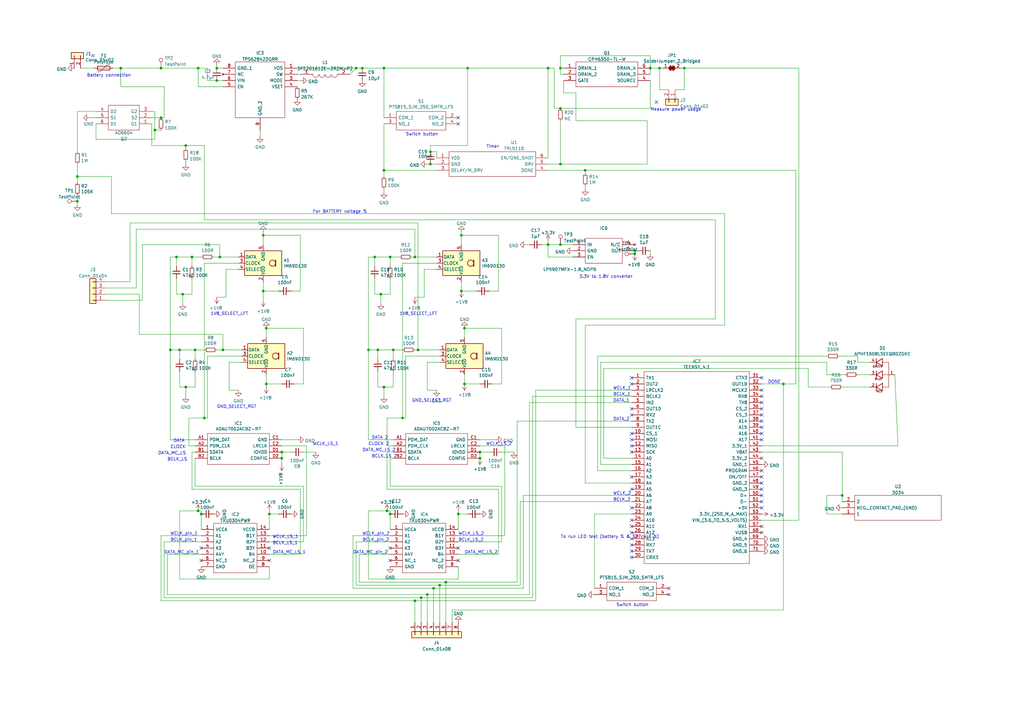
<source format=kicad_sch>
(kicad_sch (version 20211123) (generator eeschema)
  (paper "A3")
  (title_block (title "SongBeam 3.1") (date "2022-11-07") (company "Royal Holloway University of London") (comment 1 " Creative Commons Attribution 4.0 International License"))
  (junction (at 270.51 27.94))
  (junction (at 109.22 134.62))
  (junction (at 83.82 171.45))
  (junction (at 224.79 27.94))
  (junction (at 156.21 120.65))
  (junction (at 160.02 210.82))
  (junction (at 157.48 27.94))
  (junction (at 153.67 105.41))
  (junction (at 171.45 143.51))
  (junction (at 154.94 143.51))
  (junction (at 66.04 27.94))
  (junction (at 110.49 210.82))
  (junction (at 177.8 241.3))
  (junction (at 224.79 100.33))
  (junction (at 158.75 209.55))
  (junction (at 260.35 104.14))
  (junction (at 189.23 96.52))
  (junction (at 115.57 185.42))
  (junction (at 81.28 27.94))
  (junction (at 321.31 157.48))
  (junction (at 107.95 119.38))
  (junction (at 161.29 143.51))
  (junction (at 81.28 209.55))
  (junction (at 90.17 105.41))
  (junction (at 151.13 143.51))
  (junction (at 49.53 27.94))
  (junction (at 109.22 157.48))
  (junction (at 229.87 100.33))
  (junction (at 160.02 105.41))
  (junction (at 170.18 246.38))
  (junction (at 345.44 203.2))
  (junction (at 107.95 96.52))
  (junction (at 76.2 59.69))
  (junction (at 189.23 119.38))
  (junction (at 229.87 67.31))
  (junction (at 196.85 187.96))
  (junction (at 157.48 158.75))
  (junction (at 182.88 238.76))
  (junction (at 31.75 72.39))
  (junction (at 76.2 158.75))
  (junction (at 190.5 157.48))
  (junction (at 88.9 27.94))
  (junction (at 74.93 120.65))
  (junction (at 229.87 44.45))
  (junction (at 175.26 243.84))
  (junction (at 69.85 143.51))
  (junction (at 190.5 134.62))
  (junction (at 73.66 143.51))
  (junction (at 176.53 62.23))
  (junction (at 229.87 27.94))
  (junction (at 157.48 69.85))
  (junction (at 115.57 187.96))
  (junction (at 240.03 69.85))
  (junction (at 63.5 53.34))
  (junction (at 191.77 27.94))
  (junction (at 82.55 210.82))
  (junction (at 148.59 27.94))
  (junction (at 187.96 210.82))
  (junction (at 88.9 33.02))
  (junction (at 165.1 171.45))
  (junction (at 146.05 27.94))
  (junction (at 172.72 245.11))
  (junction (at 72.39 105.41))
  (junction (at 266.7 27.94))
  (junction (at 66.04 48.26))
  (junction (at 78.74 105.41))
  (junction (at 180.34 240.03))
  (junction (at 260.35 102.87))
  (junction (at 31.75 82.55))
  (junction (at 91.44 143.51))
  (junction (at 80.01 143.51))
  (junction (at 196.85 185.42))
  (junction (at 176.53 67.31))
  (junction (at 280.67 27.94))
  (junction (at 170.18 105.41))
  (no_connect (at 312.42 208.28))
  (no_connect (at 259.08 200.66))
  (no_connect (at 259.08 157.48))
  (no_connect (at 259.08 223.52))
  (no_connect (at 312.42 177.8))
  (no_connect (at 259.08 185.42))
  (no_connect (at 259.08 180.34))
  (no_connect (at 312.42 215.9))
  (no_connect (at 312.42 172.72))
  (no_connect (at 312.42 218.44))
  (no_connect (at 187.96 224.79))
  (no_connect (at 274.32 241.3))
  (no_connect (at 259.08 228.6))
  (no_connect (at 259.08 220.98))
  (no_connect (at 259.08 215.9))
  (no_connect (at 259.08 177.8))
  (no_connect (at 187.96 48.26))
  (no_connect (at 312.42 154.94))
  (no_connect (at 312.42 175.26))
  (no_connect (at 259.08 170.18))
  (no_connect (at 160.02 229.87))
  (no_connect (at 160.02 224.79))
  (no_connect (at 187.96 229.87))
  (no_connect (at 82.55 229.87))
  (no_connect (at 110.49 229.87))
  (no_connect (at 312.42 195.58))
  (no_connect (at 110.49 224.79))
  (no_connect (at 82.55 224.79))
  (no_connect (at 312.42 200.66))
  (no_connect (at 312.42 198.12))
  (no_connect (at 312.42 160.02))
  (no_connect (at 259.08 208.28))
  (no_connect (at 312.42 165.1))
  (no_connect (at 187.96 50.8))
  (no_connect (at 269.24 41.91))
  (no_connect (at 312.42 170.18))
  (no_connect (at 259.08 213.36))
  (no_connect (at 259.08 167.64))
  (no_connect (at 259.08 154.94))
  (no_connect (at 259.08 218.44))
  (no_connect (at 312.42 193.04))
  (no_connect (at 274.32 243.84))
  (no_connect (at 259.08 226.06))
  (no_connect (at 259.08 195.58))
  (no_connect (at 312.42 205.74))
  (no_connect (at 312.42 180.34))
  (no_connect (at 38.1 22.86))
  (no_connect (at 312.42 203.2))
  (no_connect (at 312.42 162.56))
  (no_connect (at 312.42 167.64))
  (no_connect (at 259.08 182.88))
  (no_connect (at 312.42 187.96))
  (wire (pts (xy 205.74 185.42) (xy 210.82 185.42)))
  (wire (pts (xy 45.72 72.39) (xy 45.72 87.63)))
  (wire (pts (xy 78.74 185.42) (xy 80.01 185.42)))
  (wire (pts (xy 99.06 146.05) (xy 85.09 146.05)))
  (wire (pts (xy 76.2 158.75) (xy 73.66 158.75)))
  (wire (pts (xy 97.79 105.41) (xy 90.17 105.41)))
  (wire (pts (xy 73.66 209.55) (xy 81.28 209.55)))
  (wire (pts (xy 187.96 237.49) (xy 187.96 232.41)))
  (wire (pts (xy 205.74 157.48) (xy 201.93 157.48)))
  (wire (pts (xy 224.79 27.94) (xy 224.79 64.77)))
  (wire (pts (xy 144.78 241.3) (xy 177.8 241.3)))
  (wire (pts (xy 66.04 27.94) (xy 81.28 27.94)))
  (wire (pts (xy 78.74 200.66) (xy 78.74 185.42)))
  (wire (pts (xy 62.23 50.8) (xy 62.23 59.69)))
  (wire (pts (xy 88.9 33.02) (xy 91.44 33.02)))
  (wire (pts (xy 69.85 105.41) (xy 72.39 105.41)))
  (wire (pts (xy 46.355 27.94) (xy 49.53 27.94)))
  (wire (pts (xy 49.53 27.94) (xy 66.04 27.94)))
  (wire (pts (xy 236.22 130.81) (xy 236.22 175.26)))
  (wire (pts (xy 92.71 110.49) (xy 92.71 121.92)))
  (wire (pts (xy 72.39 120.65) (xy 72.39 114.3)))
  (wire (pts (xy 214.63 203.2) (xy 259.08 203.2)))
  (wire (pts (xy 161.29 187.96) (xy 160.02 187.96)))
  (wire (pts (xy 72.39 105.41) (xy 78.74 105.41)))
  (wire (pts (xy 109.22 134.62) (xy 109.22 138.43)))
  (wire (pts (xy 36.83 48.26) (xy 39.37 48.26)))
  (wire (pts (xy 224.79 99.06) (xy 224.79 100.33)))
  (wire (pts (xy 187.96 209.55) (xy 187.96 210.82)))
  (wire (pts (xy 236.22 49.53) (xy 236.22 38.1)))
  (wire (pts (xy 157.48 69.85) (xy 157.48 72.39)))
  (wire (pts (xy 124.46 199.39) (xy 80.01 199.39)))
  (wire (pts (xy 191.77 27.94) (xy 224.79 27.94)))
  (wire (pts (xy 259.08 198.12) (xy 240.03 198.12)))
  (wire (pts (xy 85.09 33.02) (xy 88.9 33.02)))
  (wire (pts (xy 63.5 57.15) (xy 39.37 57.15)))
  (wire (pts (xy 224.79 27.94) (xy 227.33 27.94)))
  (wire (pts (xy 90.17 105.41) (xy 87.63 105.41)))
  (wire (pts (xy 170.18 246.38) (xy 170.18 255.27)))
  (wire (pts (xy 43.18 115.57) (xy 53.34 115.57)))
  (wire (pts (xy 270.51 27.94) (xy 270.51 36.83)))
  (wire (pts (xy 326.39 69.85) (xy 326.39 157.48)))
  (wire (pts (xy 191.77 59.69) (xy 191.77 27.94)))
  (wire (pts (xy 219.71 160.02) (xy 219.71 246.38)))
  (wire (pts (xy 165.1 171.45) (xy 158.75 171.45)))
  (wire (pts (xy 182.88 238.76) (xy 182.88 255.27)))
  (wire (pts (xy 157.48 27.94) (xy 191.77 27.94)))
  (wire (pts (xy 81.28 27.94) (xy 85.09 27.94)))
  (wire (pts (xy 124.46 185.42) (xy 129.54 185.42)))
  (wire (pts (xy 247.65 187.96) (xy 259.08 187.96)))
  (wire (pts (xy 93.98 148.59) (xy 93.98 160.02)))
  (wire (pts (xy 327.66 27.94) (xy 327.66 213.36)))
  (wire (pts (xy 121.92 27.94) (xy 146.05 27.94)))
  (wire (pts (xy 74.93 120.65) (xy 74.93 124.46)))
  (wire (pts (xy 205.74 134.62) (xy 205.74 157.48)))
  (wire (pts (xy 182.88 238.76) (xy 212.09 238.76)))
  (wire (pts (xy 67.31 245.11) (xy 172.72 245.11)))
  (wire (pts (xy 345.44 203.2) (xy 345.44 205.74)))
  (wire (pts (xy 187.96 210.82) (xy 187.96 217.17)))
  (wire (pts (xy 187.96 222.25) (xy 205.74 222.25)))
  (wire (pts (xy 99.06 148.59) (xy 93.98 148.59)))
  (wire (pts (xy 246.38 190.5) (xy 259.08 190.5)))
  (wire (pts (xy 227.33 44.45) (xy 229.87 44.45)))
  (wire (pts (xy 124.46 134.62) (xy 124.46 157.48)))
  (wire (pts (xy 62.23 59.69) (xy 76.2 59.69)))
  (wire (pts (xy 156.21 120.65) (xy 156.21 124.46)))
  (wire (pts (xy 110.49 237.49) (xy 110.49 232.41)))
  (wire (pts (xy 151.13 180.34) (xy 161.29 180.34)))
  (wire (pts (xy 153.67 109.22) (xy 153.67 105.41)))
  (wire (pts (xy 73.66 158.75) (xy 73.66 152.4)))
  (wire (pts (xy 265.43 49.53) (xy 265.43 67.31)))
  (wire (pts (xy 83.82 107.95) (xy 83.82 171.45)))
  (wire (pts (xy 31.75 45.72) (xy 39.37 45.72)))
  (wire (pts (xy 69.85 105.41) (xy 69.85 143.51)))
  (wire (pts (xy 345.44 158.75) (xy 356.87 158.75)))
  (wire (pts (xy 171.45 143.51) (xy 170.18 143.51)))
  (wire (pts (xy 224.79 67.31) (xy 229.87 67.31)))
  (wire (pts (xy 53.34 91.44) (xy 53.34 115.57)))
  (wire (pts (xy 58.42 123.19) (xy 43.18 123.19)))
  (wire (pts (xy 125.73 219.71) (xy 125.73 182.88)))
  (wire (pts (xy 160.02 217.17) (xy 160.02 210.82)))
  (wire (pts (xy 85.09 146.05) (xy 85.09 171.45)))
  (wire (pts (xy 157.48 158.75) (xy 157.48 162.56)))
  (wire (pts (xy 217.17 165.1) (xy 259.08 165.1)))
  (wire (pts (xy 91.44 137.16) (xy 57.15 137.16)))
  (wire (pts (xy 82.55 105.41) (xy 78.74 105.41)))
  (wire (pts (xy 231.14 38.1) (xy 231.14 33.02)))
  (wire (pts (xy 88.9 26.67) (xy 88.9 27.94)))
  (wire (pts (xy 218.44 162.56) (xy 218.44 245.11)))
  (wire (pts (xy 339.09 210.82) (xy 339.09 203.2)))
  (wire (pts (xy 176.53 59.69) (xy 176.53 62.23)))
  (wire (pts (xy 63.5 53.34) (xy 66.04 53.34)))
  (wire (pts (xy 229.87 49.53) (xy 229.87 67.31)))
  (wire (pts (xy 66.04 48.26) (xy 62.23 48.26)))
  (wire (pts (xy 69.85 143.51) (xy 69.85 180.34)))
  (wire (pts (xy 115.57 185.42) (xy 115.57 187.96)))
  (wire (pts (xy 331.47 158.75) (xy 340.36 158.75)))
  (wire (pts (xy 266.7 27.94) (xy 270.51 27.94)))
  (wire (pts (xy 175.26 148.59) (xy 175.26 160.02)))
  (wire (pts (xy 293.37 90.17) (xy 293.37 130.81)))
  (wire (pts (xy 107.95 95.25) (xy 107.95 96.52)))
  (wire (pts (xy 229.87 67.31) (xy 265.43 67.31)))
  (wire (pts (xy 160.02 210.82) (xy 160.02 209.55)))
  (wire (pts (xy 240.03 76.2) (xy 240.03 77.47)))
  (wire (pts (xy 124.46 157.48) (xy 120.65 157.48)))
  (wire (pts (xy 189.23 96.52) (xy 189.23 100.33)))
  (wire (pts (xy 69.85 180.34) (xy 80.01 180.34)))
  (wire (pts (xy 176.53 67.31) (xy 179.07 67.31)))
  (wire (pts (xy 246.38 148.59) (xy 339.09 148.59)))
  (wire (pts (xy 62.23 45.72) (xy 63.5 45.72)))
  (wire (pts (xy 190.5 134.62) (xy 205.74 134.62)))
  (wire (pts (xy 76.2 59.69) (xy 76.2 60.96)))
  (wire (pts (xy 260.35 102.87) (xy 261.62 102.87)))
  (wire (pts (xy 339.09 148.59) (xy 339.09 153.67)))
  (wire (pts (xy 107.95 96.52) (xy 107.95 100.33)))
  (wire (pts (xy 49.53 27.94) (xy 49.53 35.56)))
  (wire (pts (xy 91.44 35.56) (xy 81.28 35.56)))
  (wire (pts (xy 107.95 96.52) (xy 123.19 96.52)))
  (wire (pts (xy 157.48 158.75) (xy 154.94 158.75)))
  (wire (pts (xy 218.44 162.56) (xy 259.08 162.56)))
  (wire (pts (xy 240.03 133.35) (xy 297.18 133.35)))
  (wire (pts (xy 187.96 227.33) (xy 204.47 227.33)))
  (wire (pts (xy 83.82 59.69) (xy 83.82 90.17)))
  (wire (pts (xy 160.02 219.71) (xy 144.78 219.71)))
  (wire (pts (xy 245.11 146.05) (xy 245.11 193.04)))
  (wire (pts (xy 151.13 143.51) (xy 154.94 143.51)))
  (wire (pts (xy 172.72 245.11) (xy 218.44 245.11)))
  (wire (pts (xy 229.87 100.33) (xy 234.95 100.33)))
  (wire (pts (xy 321.31 250.19) (xy 185.42 250.19)))
  (wire (pts (xy 151.13 105.41) (xy 153.67 105.41)))
  (wire (pts (xy 110.49 227.33) (xy 123.19 227.33)))
  (wire (pts (xy 179.07 105.41) (xy 170.18 105.41)))
  (wire (pts (xy 187.96 210.82) (xy 191.77 210.82)))
  (wire (pts (xy 243.84 210.82) (xy 243.84 241.3)))
  (wire (pts (xy 339.09 153.67) (xy 346.71 153.67)))
  (wire (pts (xy 170.18 93.98) (xy 55.88 93.98)))
  (wire (pts (xy 82.55 227.33) (xy 68.58 227.33)))
  (wire (pts (xy 345.44 185.42) (xy 345.44 203.2)))
  (wire (pts (xy 229.87 44.45) (xy 266.7 44.45)))
  (wire (pts (xy 368.3 182.88) (xy 367.03 153.67)))
  (wire (pts (xy 240.03 133.35) (xy 240.03 198.12)))
  (wire (pts (xy 204.47 200.66) (xy 204.47 227.33)))
  (wire (pts (xy 279.4 27.94) (xy 280.67 27.94)))
  (wire (pts (xy 115.57 157.48) (xy 109.22 157.48)))
  (wire (pts (xy 240.03 69.85) (xy 224.79 69.85)))
  (wire (pts (xy 90.17 100.33) (xy 58.42 100.33)))
  (wire (pts (xy 76.2 59.69) (xy 83.82 59.69)))
  (wire (pts (xy 196.85 185.42) (xy 196.85 187.96)))
  (wire (pts (xy 55.88 93.98) (xy 55.88 118.11)))
  (wire (pts (xy 153.67 105.41) (xy 160.02 105.41)))
  (wire (pts (xy 351.79 148.59) (xy 356.87 148.59)))
  (wire (pts (xy 213.36 205.74) (xy 259.08 205.74)))
  (wire (pts (xy 247.65 151.13) (xy 331.47 151.13)))
  (wire (pts (xy 77.47 171.45) (xy 77.47 182.88)))
  (wire (pts (xy 109.22 157.48) (xy 109.22 158.75)))
  (wire (pts (xy 109.22 134.62) (xy 124.46 134.62)))
  (wire (pts (xy 229.87 27.94) (xy 229.87 30.48)))
  (wire (pts (xy 280.67 36.83) (xy 280.67 27.94)))
  (wire (pts (xy 83.82 171.45) (xy 85.09 171.45)))
  (wire (pts (xy 266.7 102.87) (xy 266.7 104.14)))
  (wire (pts (xy 123.19 96.52) (xy 123.19 119.38)))
  (wire (pts (xy 161.29 185.42) (xy 158.75 185.42)))
  (wire (pts (xy 161.29 158.75) (xy 157.48 158.75)))
  (wire (pts (xy 68.58 243.84) (xy 175.26 243.84)))
  (wire (pts (xy 82.55 217.17) (xy 82.55 210.82)))
  (wire (pts (xy 227.33 27.94) (xy 227.33 44.45)))
  (wire (pts (xy 80.01 158.75) (xy 76.2 158.75)))
  (wire (pts (xy 312.42 185.42) (xy 345.44 185.42)))
  (wire (pts (xy 160.02 227.33) (xy 147.32 227.33)))
  (wire (pts (xy 213.36 240.03) (xy 213.36 205.74)))
  (wire (pts (xy 177.8 241.3) (xy 177.8 255.27)))
  (wire (pts (xy 245.11 146.05) (xy 339.09 146.05)))
  (wire (pts (xy 88.9 121.92) (xy 92.71 121.92)))
  (wire (pts (xy 73.66 209.55) (xy 73.66 237.49)))
  (wire (pts (xy 124.46 222.25) (xy 124.46 199.39)))
  (wire (pts (xy 326.39 69.85) (xy 240.03 69.85)))
  (wire (pts (xy 148.59 27.94) (xy 157.48 27.94)))
  (wire (pts (xy 351.79 146.05) (xy 351.79 148.59)))
  (wire (pts (xy 160.02 120.65) (xy 156.21 120.65)))
  (wire (pts (xy 67.31 222.25) (xy 67.31 245.11)))
  (wire (pts (xy 114.3 119.38) (xy 107.95 119.38)))
  (wire (pts (xy 74.93 120.65) (xy 72.39 120.65)))
  (wire (pts (xy 123.19 200.66) (xy 123.19 227.33)))
  (wire (pts (xy 157.48 69.85) (xy 179.07 69.85)))
  (wire (pts (xy 266.7 44.45) (xy 266.7 33.02)))
  (wire (pts (xy 31.75 67.31) (xy 31.75 72.39)))
  (wire (pts (xy 214.63 241.3) (xy 214.63 203.2)))
  (wire (pts (xy 160.02 199.39) (xy 205.74 199.39)))
  (wire (pts (xy 45.72 87.63) (xy 297.18 87.63)))
  (wire (pts (xy 190.5 157.48) (xy 196.85 157.48)))
  (wire (pts (xy 236.22 175.26) (xy 259.08 175.26)))
  (wire (pts (xy 82.55 222.25) (xy 67.31 222.25)))
  (wire (pts (xy 107.95 119.38) (xy 107.95 123.19)))
  (wire (pts (xy 229.87 22.86) (xy 229.87 27.94)))
  (wire (pts (xy 73.66 143.51) (xy 80.01 143.51)))
  (wire (pts (xy 180.34 240.03) (xy 180.34 255.27)))
  (wire (pts (xy 212.09 172.72) (xy 259.08 172.72)))
  (wire (pts (xy 31.75 82.55) (xy 31.75 83.82)))
  (wire (pts (xy 110.49 210.82) (xy 114.3 210.82)))
  (wire (pts (xy 321.31 157.48) (xy 312.42 157.48)))
  (wire (pts (xy 270.51 27.94) (xy 271.78 27.94)))
  (wire (pts (xy 265.43 49.53) (xy 236.22 49.53)))
  (wire (pts (xy 163.83 105.41) (xy 160.02 105.41)))
  (wire (pts (xy 69.85 143.51) (xy 73.66 143.51)))
  (wire (pts (xy 154.94 143.51) (xy 161.29 143.51)))
  (wire (pts (xy 57.15 137.16) (xy 57.15 120.65)))
  (wire (pts (xy 166.37 146.05) (xy 166.37 171.45)))
  (wire (pts (xy 222.25 100.33) (xy 224.79 100.33)))
  (wire (pts (xy 165.1 143.51) (xy 161.29 143.51)))
  (wire (pts (xy 196.85 182.88) (xy 207.01 182.88)))
  (wire (pts (xy 115.57 180.34) (xy 121.92 180.34)))
  (wire (pts (xy 97.79 110.49) (xy 92.71 110.49)))
  (wire (pts (xy 78.74 200.66) (xy 123.19 200.66)))
  (wire (pts (xy 276.86 36.83) (xy 280.67 36.83)))
  (wire (pts (xy 180.34 240.03) (xy 213.36 240.03)))
  (wire (pts (xy 107.95 115.57) (xy 107.95 119.38)))
  (wire (pts (xy 153.67 120.65) (xy 153.67 114.3)))
  (wire (pts (xy 146.05 240.03) (xy 180.34 240.03)))
  (wire (pts (xy 224.79 100.33) (xy 224.79 105.41)))
  (wire (pts (xy 109.22 153.67) (xy 109.22 157.48)))
  (wire (pts (xy 175.26 67.31) (xy 176.53 67.31)))
  (wire (pts (xy 224.79 105.41) (xy 234.95 105.41)))
  (wire (pts (xy 161.29 143.51) (xy 161.29 147.32)))
  (wire (pts (xy 344.17 146.05) (xy 351.79 146.05)))
  (wire (pts (xy 312.42 182.88) (xy 368.3 182.88)))
  (wire (pts (xy 115.57 185.42) (xy 119.38 185.42)))
  (wire (pts (xy 45.72 72.39) (xy 31.75 72.39)))
  (wire (pts (xy 80.01 152.4) (xy 80.01 158.75)))
  (wire (pts (xy 266.7 22.86) (xy 266.7 27.94)))
  (wire (pts (xy 123.19 119.38) (xy 119.38 119.38)))
  (wire (pts (xy 236.22 38.1) (xy 231.14 38.1)))
  (wire (pts (xy 93.98 160.02) (xy 97.79 160.02)))
  (wire (pts (xy 326.39 157.48) (xy 321.31 157.48)))
  (wire (pts (xy 146.05 222.25) (xy 146.05 240.03)))
  (wire (pts (xy 321.31 157.48) (xy 321.31 250.19)))
  (wire (pts (xy 339.09 203.2) (xy 345.44 203.2)))
  (wire (pts (xy 160.02 114.3) (xy 160.02 120.65)))
  (wire (pts (xy 110.49 210.82) (xy 110.49 217.17)))
  (wire (pts (xy 99.06 143.51) (xy 91.44 143.51)))
  (wire (pts (xy 151.13 105.41) (xy 151.13 143.51)))
  (wire (pts (xy 205.74 199.39) (xy 205.74 222.25)))
  (wire (pts (xy 170.18 105.41) (xy 170.18 93.98)))
  (wire (pts (xy 246.38 148.59) (xy 246.38 190.5)))
  (wire (pts (xy 146.05 27.94) (xy 148.59 27.94)))
  (wire (pts (xy 229.87 22.86) (xy 266.7 22.86)))
  (wire (pts (xy 63.5 45.72) (xy 63.5 53.34)))
  (wire (pts (xy 147.32 238.76) (xy 182.88 238.76)))
  (wire (pts (xy 63.5 53.34) (xy 63.5 57.15)))
  (wire (pts (xy 83.82 171.45) (xy 77.47 171.45)))
  (wire (pts (xy 196.85 180.34) (xy 203.2 180.34)))
  (wire (pts (xy 66.04 246.38) (xy 170.18 246.38)))
  (wire (pts (xy 67.31 48.26) (xy 66.04 48.26)))
  (wire (pts (xy 180.34 148.59) (xy 175.26 148.59)))
  (wire (pts (xy 345.44 210.82) (xy 339.09 210.82)))
  (wire (pts (xy 31.75 80.01) (xy 31.75 82.55)))
  (wire (pts (xy 173.99 110.49) (xy 173.99 121.92)))
  (wire (pts (xy 160.02 105.41) (xy 160.02 109.22)))
  (wire (pts (xy 175.26 160.02) (xy 179.07 160.02)))
  (wire (pts (xy 157.48 27.94) (xy 157.48 48.26)))
  (wire (pts (xy 57.15 120.65) (xy 43.18 120.65)))
  (wire (pts (xy 33.02 27.94) (xy 38.735 27.94)))
  (wire (pts (xy 154.94 147.32) (xy 154.94 143.51)))
  (wire (pts (xy 219.71 160.02) (xy 259.08 160.02)))
  (wire (pts (xy 68.58 227.33) (xy 68.58 243.84)))
  (wire (pts (xy 66.04 219.71) (xy 66.04 246.38)))
  (wire (pts (xy 83.82 90.17) (xy 293.37 90.17)))
  (wire (pts (xy 191.77 59.69) (xy 176.53 59.69)))
  (wire (pts (xy 185.42 250.19) (xy 185.42 255.27)))
  (wire (pts (xy 49.53 35.56) (xy 67.31 35.56)))
  (wire (pts (xy 176.53 62.23) (xy 179.07 62.23)))
  (wire (pts (xy 151.13 209.55) (xy 158.75 209.55)))
  (wire (pts (xy 297.18 133.35) (xy 297.18 87.63)))
  (wire (pts (xy 72.39 109.22) (xy 72.39 105.41)))
  (wire (pts (xy 187.96 219.71) (xy 207.01 219.71)))
  (wire (pts (xy 156.21 120.65) (xy 153.67 120.65)))
  (wire (pts (xy 115.57 182.88) (xy 125.73 182.88)))
  (wire (pts (xy 55.88 118.11) (xy 43.18 118.11)))
  (wire (pts (xy 151.13 209.55) (xy 151.13 237.49)))
  (wire (pts (xy 151.13 143.51) (xy 151.13 180.34)))
  (wire (pts (xy 170.18 121.92) (xy 173.99 121.92)))
  (wire (pts (xy 172.72 245.11) (xy 172.72 255.27)))
  (wire (pts (xy 331.47 151.13) (xy 331.47 158.75)))
  (wire (pts (xy 83.82 143.51) (xy 80.01 143.51)))
  (wire (pts (xy 158.75 209.55) (xy 160.02 209.55)))
  (wire (pts (xy 165.1 107.95) (xy 165.1 171.45)))
  (wire (pts (xy 280.67 27.94) (xy 327.66 27.94)))
  (wire (pts (xy 196.85 185.42) (xy 200.66 185.42)))
  (wire (pts (xy 161.29 152.4) (xy 161.29 158.75)))
  (wire (pts (xy 76.2 66.04) (xy 76.2 67.31)))
  (wire (pts (xy 81.28 209.55) (xy 82.55 209.55)))
  (wire (pts (xy 144.78 219.71) (xy 144.78 241.3)))
  (wire (pts (xy 76.2 158.75) (xy 76.2 162.56)))
  (wire (pts (xy 179.07 107.95) (xy 165.1 107.95)))
  (wire (pts (xy 151.13 237.49) (xy 187.96 237.49)))
  (wire (pts (xy 189.23 96.52) (xy 204.47 96.52)))
  (wire (pts (xy 165.1 171.45) (xy 166.37 171.45)))
  (wire (pts (xy 212.09 238.76) (xy 212.09 172.72)))
  (wire (pts (xy 160.02 222.25) (xy 146.05 222.25)))
  (wire (pts (xy 266.7 27.94) (xy 266.7 30.48)))
  (wire (pts (xy 58.42 100.33) (xy 58.42 123.19)))
  (wire (pts (xy 204.47 119.38) (xy 200.66 119.38)))
  (wire (pts (xy 229.87 30.48) (xy 231.14 30.48)))
  (wire (pts (xy 82.55 210.82) (xy 82.55 209.55)))
  (wire (pts (xy 73.66 147.32) (xy 73.66 143.51)))
  (wire (pts (xy 179.07 64.77) (xy 179.07 62.23)))
  (wire (pts (xy 260.35 102.87) (xy 260.35 104.14)))
  (wire (pts (xy 158.75 171.45) (xy 158.75 182.88)))
  (wire (pts (xy 78.74 120.65) (xy 74.93 120.65)))
  (wire (pts (xy 97.79 107.95) (xy 83.82 107.95)))
  (wire (pts (xy 240.03 69.85) (xy 240.03 71.12)))
  (wire (pts (xy 175.26 243.84) (xy 217.17 243.84)))
  (wire (pts (xy 77.47 182.88) (xy 80.01 182.88)))
  (wire (pts (xy 236.22 130.81) (xy 293.37 130.81)))
  (wire (pts (xy 243.84 210.82) (xy 259.08 210.82)))
  (wire (pts (xy 160.02 187.96) (xy 160.02 199.39)))
  (wire (pts (xy 90.17 105.41) (xy 90.17 100.33)))
  (wire (pts (xy 351.79 153.67) (xy 356.87 153.67)))
  (wire (pts (xy 123.19 30.48) (xy 121.92 30.48)))
  (wire (pts (xy 180.34 143.51) (xy 171.45 143.51)))
  (wire (pts (xy 31.75 45.72) (xy 31.75 62.23)))
  (wire (pts (xy 190.5 134.62) (xy 190.5 138.43)))
  (wire (pts (xy 158.75 200.66) (xy 204.47 200.66)))
  (wire (pts (xy 215.9 100.33) (xy 217.17 100.33)))
  (wire (pts (xy 110.49 209.55) (xy 110.49 210.82)))
  (wire (pts (xy 73.66 237.49) (xy 110.49 237.49)))
  (wire (pts (xy 78.74 114.3) (xy 78.74 120.65)))
  (wire (pts (xy 158.75 185.42) (xy 158.75 200.66)))
  (wire (pts (xy 157.48 50.8) (xy 157.48 69.85)))
  (wire (pts (xy 189.23 119.38) (xy 195.58 119.38)))
  (wire (pts (xy 81.28 35.56) (xy 81.28 27.94)))
  (wire (pts (xy 170.18 105.41) (xy 168.91 105.41)))
  (wire (pts (xy 31.75 72.39) (xy 31.75 74.93)))
  (wire (pts (xy 175.26 243.84) (xy 175.26 255.27)))
  (wire (pts (xy 179.07 110.49) (xy 173.99 110.49)))
  (wire (pts (xy 170.18 246.38) (xy 219.71 246.38)))
  (wire (pts (xy 180.34 146.05) (xy 166.37 146.05)))
  (wire (pts (xy 67.31 35.56) (xy 67.31 48.26)))
  (wire (pts (xy 158.75 182.88) (xy 161.29 182.88)))
  (wire (pts (xy 327.66 213.36) (xy 312.42 213.36)))
  (wire (pts (xy 91.44 143.51) (xy 91.44 137.16)))
  (wire (pts (xy 147.32 227.33) (xy 147.32 238.76)))
  (wire (pts (xy 247.65 151.13) (xy 247.65 187.96)))
  (wire (pts (xy 85.09 27.94) (xy 85.09 33.02)))
  (wire (pts (xy 143.51 30.48) (xy 146.05 27.94)))
  (wire (pts (xy 189.23 95.25) (xy 189.23 96.52)))
  (wire (pts (xy 91.44 143.51) (xy 88.9 143.51)))
  (wire (pts (xy 204.47 96.52) (xy 204.47 119.38)))
  (wire (pts (xy 110.49 219.71) (xy 125.73 219.71)))
  (wire (pts (xy 88.9 27.94) (xy 91.44 27.94)))
  (wire (pts (xy 177.8 241.3) (xy 214.63 241.3)))
  (wire (pts (xy 123.19 33.02) (xy 121.92 33.02)))
  (wire (pts (xy 80.01 187.96) (xy 80.01 199.39)))
  (wire (pts (xy 189.23 115.57) (xy 189.23 119.38)))
  (wire (pts (xy 157.48 77.47) (xy 157.48 78.74)))
  (wire (pts (xy 115.57 187.96) (xy 115.57 190.5)))
  (wire (pts (xy 110.49 222.25) (xy 124.46 222.25)))
  (wire (pts (xy 171.45 91.44) (xy 53.34 91.44)))
  (wire (pts (xy 207.01 182.88) (xy 207.01 219.71)))
  (wire (pts (xy 217.17 165.1) (xy 217.17 243.84)))
  (wire (pts (xy 39.37 50.8) (xy 39.37 57.15)))
  (wire (pts (xy 190.5 153.67) (xy 190.5 157.48)))
  (wire (pts (xy 224.79 100.33) (xy 229.87 100.33)))
  (wire (pts (xy 270.51 36.83) (xy 274.32 36.83)))
  (wire (pts (xy 78.74 105.41) (xy 78.74 109.22)))
  (wire (pts (xy 229.87 27.94) (xy 231.14 27.94)))
  (wire (pts (xy 171.45 143.51) (xy 171.45 91.44)))
  (wire (pts (xy 66.04 219.71) (xy 82.55 219.71)))
  (wire (pts (xy 106.68 55.88) (xy 106.68 53.34)))
  (wire (pts (xy 80.01 143.51) (xy 80.01 147.32)))
  (wire (pts (xy 245.11 193.04) (xy 259.08 193.04)))
  (wire (pts (xy 154.94 158.75) (xy 154.94 152.4)))
  (text "BCLK_LS\n" (at 68.58 189.23 0) (effects (font (size 1.27 1.27)) (justify left bottom)))
  (text "DATA_MC_LS 2\n" (at 148.59 185.42 0) (effects (font (size 1.27 1.27)) (justify left bottom)))
  (text "DATA_MC_LS_2" (at 190.5 227.33 0) (effects (font (size 1.27 1.27)) (justify left bottom)))
  (text "WCLK_LS_1" (at 128.27 182.88 0) (effects (font (size 1.27 1.27)) (justify left bottom)))
  (text "Switch button" (at 166.37 55.88 0) (effects (font (size 1.27 1.27)) (justify left bottom)))
  (text "WCLK_pin_1" (at 69.85 219.71 0) (effects (font (size 1.27 1.27)) (justify left bottom)))
  (text "BCLK_LS_2" (at 187.96 222.25 0) (effects (font (size 1.27 1.27)) (justify left bottom)))
  (text "CLOCK 2\n" (at 151.13 182.88 0) (effects (font (size 1.27 1.27)) (justify left bottom)))
  (text "DATA_MC_LS\n" (at 64.77 186.69 0) (effects (font (size 1.27 1.27)) (justify left bottom)))
  (text "Battery connection" (at 35.56 31.75 0) (effects (font (size 1.27 1.27)) (justify left bottom)))
  (text "CLOCK\n" (at 69.85 184.15 0) (effects (font (size 1.27 1.27)) (justify left bottom)))
  (text "WCLK_2" (at 251.46 203.2 0) (effects (font (size 1.27 1.27)) (justify left bottom)))
  (text "BCLK_pin_1" (at 69.85 222.25 0) (effects (font (size 1.27 1.27)) (justify left bottom)))
  (text "WCLK_LS_2" (at 187.96 219.71 0) (effects (font (size 1.27 1.27)) (justify left bottom)))
  (text "3.3V to 1.8V converter" (at 237.49 114.3 0) (effects (font (size 1.27 1.27)) (justify left bottom)))
  (text "GND_SELECT_RGT\n" (at 88.9 167.64 0) (effects (font (size 1.27 1.27)) (justify left bottom)))
  (text "DATA 2" (at 152.4 180.34 0) (effects (font (size 1.27 1.27)) (justify left bottom)))
  (text "WCLK_1" (at 251.46 160.02 0) (effects (font (size 1.27 1.27)) (justify left bottom)))
  (text "BCLK_2" (at 251.46 205.74 0) (effects (font (size 1.27 1.27)) (justify left bottom)))
  (text "1V8_SELECT_LFT" (at 163.83 129.54 0) (effects (font (size 1.27 1.27)) (justify left bottom)))
  (text "WCLK_LS_1" (at 111.76 220.98 0) (effects (font (size 1.27 1.27)) (justify left bottom)))
  (text "To run LED test (battery % & SD card %)" (at 229.87 220.98 0) (effects (font (size 1.27 1.27)) (justify left bottom)))
  (text "DATA_MC_pin_1\n" (at 67.31 227.33 0) (effects (font (size 1.27 1.27)) (justify left bottom)))
  (text "BCLK_1" (at 251.46 162.56 0) (effects (font (size 1.27 1.27)) (justify left bottom)))
  (text "For BATTERY voltage %" (at 128.27 87.63 0) (effects (font (size 1.27 1.27)) (justify left bottom)))
  (text "WCLK_LS_2" (at 199.39 182.88 0) (effects (font (size 1.27 1.27)) (justify left bottom)))
  (text "Switch button" (at 252.73 248.92 0) (effects (font (size 1.27 1.27)) (justify left bottom)))
  (text "BCLK_LS_1" (at 111.76 223.52 0) (effects (font (size 1.27 1.27)) (justify left bottom)))
  (text "1V8_SELECT_LFT" (at 86.36 129.54 0) (effects (font (size 1.27 1.27)) (justify left bottom)))
  (text "WCLK_pin_2" (at 148.59 219.71 0) (effects (font (size 1.27 1.27)) (justify left bottom)))
  (text "DATA\n" (at 71.12 181.61 0) (effects (font (size 1.27 1.27)) (justify left bottom)))
  (text "Measure power usage\n" (at 266.7 45.72 0) (effects (font (size 1.27 1.27)) (justify left bottom)))
  (text "DATA_MC_LS_1" (at 111.76 227.33 0) (effects (font (size 1.27 1.27)) (justify left bottom)))
  (text "BCLK_LS 2\n" (at 152.4 187.96 0) (effects (font (size 1.27 1.27)) (justify left bottom)))
  (text "DATA_MC_pin_2\n" (at 144.78 227.33 0) (effects (font (size 1.27 1.27)) (justify left bottom)))
  (text "DONE" (at 314.96 157.48 0) (effects (font (size 1.27 1.27)) (justify left bottom)))
  (text "DATA_1" (at 251.46 165.1 0) (effects (font (size 1.27 1.27)) (justify left bottom)))
  (text "BCLK_pin_2" (at 148.59 222.25 0) (effects (font (size 1.27 1.27)) (justify left bottom)))
  (text "GND_SELECT_RGT\n" (at 168.91 165.1 0) (effects (font (size 1.27 1.27)) (justify left bottom)))
  (text "Timer" (at 199.39 60.96 0) (effects (font (size 1.27 1.27)) (justify left bottom)))
  (text "DATA_2" (at 251.46 172.72 0) (effects (font (size 1.27 1.27)) (justify left bottom)))
  (symbol (lib_id "SoundRecorder_2.0:ADAU7002ACBZ-R7") (at 80.01 180.34 0) (unit 1)
    (property "Reference" "IC1" (at 97.79 173.609 0))
    (property "Value" "ADAU7002ACBZ-R7" (at 97.79 175.9204 0))
    (property "Footprint" "LIB_ADAU7002ACBZ-R7-3:BGA8C40P2X4_76X156X56" (effects hide))
    (property "Datasheet" "https://componentsearchengine.com/Datasheets/2/ADAU7002ACBZ-R7.pdf" (effects hide))
    (property "Description" "ANALOG DEVICES - ADAU7002ACBZ-R7 - Audio Control, Sample Rate Converter, 1.62V to 3.6V, I2S, TDM, WLCSP, 8 Pins, -40 C" (effects hide))
    (property "Height" "0.56" (effects hide))
    (property "Manufacturer_Name" "Analog Devices" (effects hide))
    (property "Manufacturer_Part_Number" "ADAU7002ACBZ-R7" (effects hide))
    (property "Mouser Part Number" "584-ADAU7002ACBZ-R7" (effects hide))
    (property "Mouser Price/Stock" "https://www.mouser.co.uk/ProductDetail/Analog-Devices/ADAU7002ACBZ-R7?qs=BpaRKvA4VqE%2FEW%252BQvRs5Og%3D%3D" (effects hide))
    (property "Arrow Part Number" "ADAU7002ACBZ-R7" (effects hide))
    (property "Arrow Price/Stock" "https://www.arrow.com/en/products/adau7002acbz-r7/analog-devices?region=nac" (effects hide))
    (property "MANUFACTURER" "Analog Devices Inc." (effects hide))
  )
  (symbol (lib_id "SoundRecorder_2.0:LP5907MFX-1.8_NOPB") (at 234.95 100.33 0) (unit 1)
    (property "Reference" "IC6" (at 247.65 93.599 0))
    (property "Value" "LP5907MFX-1.8_NOPB" (at 233.68 110.49 0))
    (property "Footprint" "LIB_LP5907MFX-1:SOT95P280X145-5N" (effects hide))
    (property "Datasheet" "http://www.ti.com/lit/gpn/lp5907" (effects hide))
    (property "Description" "250-mA ultra-low-noise low-IQ low-dropout (LDO) linear regulator" (effects hide))
    (property "Height" "1.45" (effects hide))
    (property "Manufacturer_Name" "Texas Instruments" (effects hide))
    (property "Manufacturer_Part_Number" "LP5907MFX-1.8/NOPB" (effects hide))
    (property "Mouser Part Number" "595-LP5907MFX-1.8NPB" (effects hide))
    (property "Mouser Price/Stock" "https://www.mouser.co.uk/ProductDetail/Texas-Instruments/LP5907MFX-18-NOPB?qs=biyDIajrTn5jh5ArkSZeqw%3D%3D" (effects hide))
    (property "Arrow Part Number" "LP5907MFX-1.8/NOPB" (effects hide))
    (property "Arrow Price/Stock" "https://www.arrow.com/en/products/lp5907mfx-1.8nopb/texas-instruments?region=nac" (effects hide))
    (property "MANUFACTURER" "Texas Instruments" (effects hide))
    (property "STANDARD" "IPC-7351B" (effects hide))
    (property "PARTREV" "O" (effects hide))
    (property "MAXIMUM_PACKAGE_HEIGHT" "1.45mm" (effects hide))
  )
  (symbol (lib_id "power:+1V8") (at 88.9 121.92 180) (unit 1)
    (property "Reference" "#PWR010" (effects hide))
    (property "Value" "+1V8" (at 88.519 126.3142 0))
  )
  (symbol (lib_id "power:+1V8") (at 115.57 190.5 180) (unit 1)
    (property "Reference" "#PWR018" (effects hide))
    (property "Value" "+1V8" (at 115.189 193.7512 90) (effects (justify left)))
  )
  (symbol (lib_id "Device:C_Small") (at 121.92 185.42 270) (unit 1)
    (property "Reference" "C8" (at 121.92 191.2366 90))
    (property "Value" "100nF" (at 121.92 188.9252 90))
    (property "Footprint" "Capacitor_SMD:C_0805_2012Metric" (effects hide))
  )
  (symbol (lib_id "Sensor_Audio:IM69D130") (at 107.95 107.95 180) (unit 1)
    (property "Reference" "A1" (at 116.332 106.7816 0) (effects (justify right)))
    (property "Value" "IM69D130" (at 116.332 109.093 0) (effects (justify right)))
    (property "Footprint" "Sensor_Audio:Infineon_PG-LLGA-5-1" (effects hide))
    (property "Datasheet" "https://www.infineon.com/dgdl/Infineon-IM69D130-DS-v01_00-EN.pdf?fileId=5546d462602a9dc801607a0e46511a2e" (effects hide))
    (property "MANUFACTURER" "Infineon" (effects hide))
    (property "Manufacturer_Name" "IM69D130V01XTSA1" (effects hide))
    (property "Manufacturer_Part_Number" "IM69D130V01XTSA1" (effects hide))
    (property "Mouser Part Number" "726-IM69D130V01XTSA1" (effects hide))
  )
  (symbol (lib_id "Device:C_Small") (at 116.84 119.38 270) (unit 1)
    (property "Reference" "C5" (at 116.84 113.5634 90))
    (property "Value" "100nF" (at 116.84 115.8748 90))
    (property "Footprint" "Capacitor_SMD:C_0805_2012Metric" (effects hide))
  )
  (symbol (lib_id "Device:R_Small") (at 85.09 105.41 270) (unit 1)
    (property "Reference" "R6" (at 85.09 100.4316 90))
    (property "Value" "100R" (at 85.09 102.743 90))
    (property "Footprint" "Resistor_SMD:R_0805_2012Metric" (effects hide))
  )
  (symbol (lib_id "Device:C_Small") (at 72.39 111.76 0) (unit 1)
    (property "Reference" "C1" (at 74.7268 110.5916 0) (effects (justify left)))
    (property "Value" "47pF" (at 74.7268 112.903 0) (effects (justify left)))
    (property "Footprint" "Capacitor_SMD:C_0805_2012Metric" (effects hide))
  )
  (symbol (lib_id "Device:R_Small") (at 78.74 111.76 0) (unit 1)
    (property "Reference" "R3" (at 80.2386 110.5916 0) (effects (justify left)))
    (property "Value" "100K" (at 80.2386 112.903 0) (effects (justify left)))
    (property "Footprint" "Resistor_SMD:R_0805_2012Metric" (effects hide))
  )
  (symbol (lib_id "Sensor_Audio:IM69D130") (at 109.22 146.05 180) (unit 1)
    (property "Reference" "A2" (at 117.602 144.8816 0) (effects (justify right)))
    (property "Value" "IM69D130" (at 117.602 147.193 0) (effects (justify right)))
    (property "Footprint" "Sensor_Audio:Infineon_PG-LLGA-5-1" (effects hide))
    (property "Datasheet" "https://www.infineon.com/dgdl/Infineon-IM69D130-DS-v01_00-EN.pdf?fileId=5546d462602a9dc801607a0e46511a2e" (effects hide))
    (property "MANUFACTURER" "Infineon" (effects hide))
    (property "Manufacturer_Name" "IM69D130V01XTSA1" (effects hide))
    (property "Manufacturer_Part_Number" "IM69D130V01XTSA1" (effects hide))
    (property "Mouser Part Number" "726-IM69D130V01XTSA1" (effects hide))
  )
  (symbol (lib_id "Device:R_Small") (at 86.36 143.51 270) (unit 1)
    (property "Reference" "R8" (at 86.36 138.5316 90))
    (property "Value" "100R" (at 86.36 140.843 90))
    (property "Footprint" "Resistor_SMD:R_0805_2012Metric" (effects hide))
  )
  (symbol (lib_id "Device:C_Small") (at 73.66 149.86 0) (unit 1)
    (property "Reference" "C2" (at 75.9968 148.6916 0) (effects (justify left)))
    (property "Value" "47pF" (at 75.9968 151.003 0) (effects (justify left)))
    (property "Footprint" "Capacitor_SMD:C_0805_2012Metric" (effects hide))
  )
  (symbol (lib_id "Device:R_Small") (at 80.01 149.86 0) (unit 1)
    (property "Reference" "R4" (at 81.5086 148.6916 0) (effects (justify left)))
    (property "Value" "100K" (at 81.5086 151.003 0) (effects (justify left)))
    (property "Footprint" "Resistor_SMD:R_0805_2012Metric" (effects hide))
  )
  (symbol (lib_id "Device:C_Small") (at 219.71 100.33 90) (unit 1)
    (property "Reference" "C17" (at 219.71 94.5134 90))
    (property "Value" "1µF" (at 219.71 96.8248 90))
    (property "Footprint" "Capacitor_SMD:C_0805_2012Metric" (effects hide))
  )
  (symbol (lib_id "Device:C_Small") (at 264.16 102.87 90) (unit 1)
    (property "Reference" "C18" (at 264.16 97.0534 90))
    (property "Value" "1µF" (at 264.16 99.3648 90))
    (property "Footprint" "Capacitor_SMD:C_0805_2012Metric" (effects hide))
  )
  (symbol (lib_id "power:+1V8") (at 260.35 104.14 180) (unit 1)
    (property "Reference" "#PWR048" (effects hide))
    (property "Value" "+1V8" (at 259.969 108.5342 0))
  )
  (symbol (lib_id "SoundRecorder_2.0:PTS815_SJM_250_SMTR_LFS") (at 243.84 241.3 0) (unit 1)
    (property "Reference" "S2" (at 259.08 234.569 0))
    (property "Value" "PTS815_SJM_250_SMTR_LFS" (at 259.08 236.8804 0))
    (property "Footprint" "PTS815_SJM_250_SMTR_LFS:PTS815SJM250SMTRLFS" (effects hide))
    (property "Datasheet" "https://componentsearchengine.com/Datasheets/1/PTS815 SJM 250 SMTR LFS.pdf" (effects hide))
    (property "Description" "Tactile Switches Tact Switch, 12 VDC, 50 mA, 4.2x3.2, 2.5mm H, 180gf, J leads" (effects hide))
    (property "Height" "2.7" (effects hide))
    (property "Manufacturer_Name" "C & K COMPONENTS" (effects hide))
    (property "Manufacturer_Part_Number" "PTS815 SJM 250 SMTR LFS" (effects hide))
    (property "Mouser Part Number" "611-PTS815SJM250SMTR" (effects hide))
    (property "Mouser Price/Stock" "https://www.mouser.co.uk/ProductDetail/CK/PTS815-SJM-250-SMTR-LFS?qs=ahcBuItHZ3xKWmfV%2F2E6bA%3D%3D" (effects hide))
    (property "Arrow Part Number" "PTS815 SJM 250 SMTR LFS" (effects hide))
    (property "Arrow Price/Stock" "https://www.arrow.com/en/products/pts815-sjm-250-smtr-lfs/ck" (effects hide))
    (property "MANUFACTURER" "C&K" (effects hide))
  )
  (symbol (lib_id "SoundRecorder_2.0:APHF1608LSEEQBDZGKC") (at 361.95 153.67 180) (unit 1)
    (property "Reference" "D1" (at 361.95 142.8242 0))
    (property "Value" "APHF1608LSEEQBDZGKC" (at 361.95 145.1356 0))
    (property "Footprint" "APHF1608LSEEQBDZGKC-2:LED_APHF1608LSEEQBDZGKC" (effects hide))
    (property "Datasheet" "https://www.kingbrightusa.com/images/catalog/SPEC/APHF1608LSEEQBDZGKC.pdf" (effects hide))
    (property "PARTREV" "V.3B" (effects hide))
    (property "STANDARD" "Manufacturer Recommendations" (effects hide))
    (property "MANUFACTURER" "Kingbright" (effects hide))
    (property "MAXIMUM_PACKAGE_HEIGHT" "0.65 mm" (effects hide))
    (property "Manufacturer_Part_Number" "APHF1608LSEEQBDZGKC" (effects hide))
    (property "Mouser Part Number" "604-APHF1608LQBDZGKC" (effects hide))
  )
  (symbol (lib_id "Jumper:SolderJumper_2_Bridged") (at 275.59 27.94 0) (unit 1)
    (property "Reference" "JP1" (at 275.59 22.733 0))
    (property "Value" "SolderJumper_2_Bridged" (at 275.59 25.0444 0))
    (property "Footprint" "Jumper:SolderJumper-2_P1.3mm_Bridged_RoundedPad1.0x1.5mm" (effects hide))
  )
  (symbol (lib_id "SoundRecorder_2.0:PTS815_SJM_250_SMTR_LFS") (at 157.48 48.26 0) (unit 1)
    (property "Reference" "S1" (at 172.72 41.529 0))
    (property "Value" "PTS815_SJM_250_SMTR_LFS" (at 172.72 43.8404 0))
    (property "Footprint" "PTS815_SJM_250_SMTR_LFS:PTS815SJM250SMTRLFS" (effects hide))
    (property "Datasheet" "https://componentsearchengine.com/Datasheets/1/PTS815 SJM 250 SMTR LFS.pdf" (effects hide))
    (property "Description" "Tactile Switches Tact Switch, 12 VDC, 50 mA, 4.2x3.2, 2.5mm H, 180gf, J leads" (effects hide))
    (property "Height" "2.7" (effects hide))
    (property "Manufacturer_Name" "C & K COMPONENTS" (effects hide))
    (property "Manufacturer_Part_Number" "PTS815 SJM 250 SMTR LFS" (effects hide))
    (property "Mouser Part Number" "611-PTS815SJM250SMTR" (effects hide))
    (property "Mouser Price/Stock" "https://www.mouser.co.uk/ProductDetail/CK/PTS815-SJM-250-SMTR-LFS?qs=ahcBuItHZ3xKWmfV%2F2E6bA%3D%3D" (effects hide))
    (property "Arrow Part Number" "PTS815 SJM 250 SMTR LFS" (effects hide))
    (property "Arrow Price/Stock" "https://www.arrow.com/en/products/pts815-sjm-250-smtr-lfs/ck" (effects hide))
    (property "MANUFACTURER" "C&K" (effects hide))
  )
  (symbol (lib_id "SoundRecorder_2.0:TPL5110DDCR") (at 179.07 64.77 0) (unit 1)
    (property "Reference" "U1" (at 210.82 58.42 0))
    (property "Value" "TPL5110" (at 210.82 60.96 0))
    (property "Footprint" "TPL5110DDCR:SOT95P280X110-6N" (effects hide))
    (property "Datasheet" "https://www.ti.com/lit/ds/symlink/tpl5110.pdf?ts=1591886006313&ref_url=https://www.ti.com/store/ti/en/p/product/?p%3DTPL5110DDCR" (effects hide))
    (property "MANUFACTURER" "Texas Instruments" (effects hide))
    (property "Manufacturer_Part_Number" "TPL5110DDCR" (effects hide))
    (property "Description" "Timers & Support Products Ultr LowPowrTimerMOS drivr MOSFET Powr" (effects hide))
    (property "Height" "1.1" (effects hide))
    (property "Manufacturer_Name" "Texas Instruments" (effects hide))
    (property "Mouser Part Number" "595-TPL5110DDCR" (effects hide))
    (property "Mouser Price/Stock" "https://www.mouser.co.uk/ProductDetail/Texas-Instruments/TPL5110DDCR?qs=beZBGHSk9c0piUt1%2Ff2GSg%3D%3D" (effects hide))
    (property "Arrow Part Number" "TPL5110DDCR" (effects hide))
    (property "Arrow Price/Stock" "https://www.arrow.com/en/products/tpl5110ddcr/texas-instruments" (effects hide))
  )
  (symbol (lib_id "Device:R_Small") (at 157.48 74.93 0) (unit 1)
    (property "Reference" "R9" (at 158.9786 73.7616 0) (effects (justify left)))
    (property "Value" "100K" (at 158.9786 76.073 0) (effects (justify left)))
    (property "Footprint" "Resistor_SMD:R_0805_2012Metric" (effects hide))
  )
  (symbol (lib_id "Device:R_Small") (at 240.03 73.66 0) (unit 1)
    (property "Reference" "R14" (at 241.5286 72.4916 0) (effects (justify left)))
    (property "Value" "1M" (at 241.5286 74.803 0) (effects (justify left)))
    (property "Footprint" "Resistor_SMD:R_0805_2012Metric" (effects hide))
  )
  (symbol (lib_id "Device:R_Small") (at 31.75 64.77 0) (unit 1)
    (property "Reference" "R1" (at 33.2486 63.6016 0) (effects (justify left)))
    (property "Value" "1M" (at 33.2486 65.913 0) (effects (justify left)))
    (property "Footprint" "Resistor_SMD:R_0805_2012Metric" (effects hide))
  )
  (symbol (lib_id "Device:R_Small") (at 31.75 77.47 0) (unit 1)
    (property "Reference" "R2" (at 33.2486 76.3016 0) (effects (justify left)))
    (property "Value" "105K" (at 33.2486 78.613 0) (effects (justify left)))
    (property "Footprint" "Resistor_SMD:R_0805_2012Metric" (effects hide))
  )
  (symbol (lib_id "SoundRecorder_2.0:TEENSY_4.1") (at 259.08 154.94 0) (unit 1)
    (property "Reference" "IC7" (at 285.75 148.209 0))
    (property "Value" "TEENSY_4.1" (at 285.75 150.5204 0))
    (property "Footprint" "TEENSY_4.1:TEENSY41" (effects hide))
    (property "Datasheet" "https://www.pjrc.com/store/teensy41.html" (effects hide))
    (property "Description" "Teensy 4.1 Development Board" (effects hide))
    (property "Manufacturer_Name" "PJRC" (effects hide))
    (property "Manufacturer_Part_Number" "TEENSY 4.1" (effects hide))
    (property "MANUFACTURER" "pjrc" (effects hide))
  )
  (symbol (lib_id "Device:R_Small") (at 341.63 146.05 270) (unit 1)
    (property "Reference" "R15" (at 341.63 141.0716 90))
    (property "Value" "330R" (at 341.63 143.383 90))
    (property "Footprint" "Resistor_SMD:R_0805_2012Metric" (effects hide))
  )
  (symbol (lib_id "Device:R_Small") (at 349.25 153.67 270) (unit 1)
    (property "Reference" "R17" (at 349.25 148.6916 90))
    (property "Value" "330R" (at 349.25 151.003 90))
    (property "Footprint" "Resistor_SMD:R_0805_2012Metric" (effects hide))
  )
  (symbol (lib_id "Device:R_Small") (at 342.9 158.75 270) (unit 1)
    (property "Reference" "R16" (at 342.9 153.7716 90))
    (property "Value" "750R" (at 342.9 156.083 90))
    (property "Footprint" "Resistor_SMD:R_0805_2012Metric" (effects hide))
  )
  (symbol (lib_id "Device:R_Small") (at 166.37 105.41 270) (unit 1)
    (property "Reference" "R12" (at 166.37 100.4316 90))
    (property "Value" "100R" (at 166.37 102.743 90))
    (property "Footprint" "Resistor_SMD:R_0805_2012Metric" (effects hide))
  )
  (symbol (lib_id "Device:C_Small") (at 153.67 111.76 0) (unit 1)
    (property "Reference" "C10" (at 156.0068 110.5916 0) (effects (justify left)))
    (property "Value" "47pF" (at 156.0068 112.903 0) (effects (justify left)))
    (property "Footprint" "Capacitor_SMD:C_0805_2012Metric" (effects hide))
  )
  (symbol (lib_id "Device:R_Small") (at 160.02 111.76 0) (unit 1)
    (property "Reference" "R10" (at 161.5186 110.5916 0) (effects (justify left)))
    (property "Value" "100K" (at 161.5186 112.903 0) (effects (justify left)))
    (property "Footprint" "Resistor_SMD:R_0805_2012Metric" (effects hide))
  )
  (symbol (lib_id "Device:C_Small") (at 199.39 157.48 270) (unit 1)
    (property "Reference" "C15" (at 199.39 151.6634 90))
    (property "Value" "100nF" (at 199.39 153.9748 90))
    (property "Footprint" "Capacitor_SMD:C_0805_2012Metric" (effects hide))
  )
  (symbol (lib_id "Device:R_Small") (at 167.64 143.51 270) (unit 1)
    (property "Reference" "R13" (at 167.64 138.5316 90))
    (property "Value" "100R" (at 167.64 140.843 90))
    (property "Footprint" "Resistor_SMD:R_0805_2012Metric" (effects hide))
  )
  (symbol (lib_id "Device:C_Small") (at 154.94 149.86 0) (unit 1)
    (property "Reference" "C11" (at 157.2768 148.6916 0) (effects (justify left)))
    (property "Value" "47pF" (at 157.2768 151.003 0) (effects (justify left)))
    (property "Footprint" "Capacitor_SMD:C_0805_2012Metric" (effects hide))
  )
  (symbol (lib_id "Device:R_Small") (at 161.29 149.86 0) (unit 1)
    (property "Reference" "R11" (at 162.7886 148.6916 0) (effects (justify left)))
    (property "Value" "100K" (at 162.7886 151.003 0) (effects (justify left)))
    (property "Footprint" "Resistor_SMD:R_0805_2012Metric" (effects hide))
  )
  (symbol (lib_id "power:+1V8") (at 170.18 121.92 180) (unit 1)
    (property "Reference" "#PWR031" (effects hide))
    (property "Value" "+1V8" (at 169.799 126.3142 0))
  )
  (symbol (lib_id "Device:C_Small") (at 198.12 119.38 270) (unit 1)
    (property "Reference" "C14" (at 198.12 113.5634 90))
    (property "Value" "100nF" (at 198.12 115.8748 90))
    (property "Footprint" "Capacitor_SMD:C_0805_2012Metric" (effects hide))
  )
  (symbol (lib_id "Sensor_Audio:IM69D130") (at 189.23 107.95 180) (unit 1)
    (property "Reference" "A3" (at 197.612 106.7816 0) (effects (justify right)))
    (property "Value" "IM69D130" (at 197.612 109.093 0) (effects (justify right)))
    (property "Footprint" "Sensor_Audio:Infineon_PG-LLGA-5-1" (effects hide))
    (property "Datasheet" "https://www.infineon.com/dgdl/Infineon-IM69D130-DS-v01_00-EN.pdf?fileId=5546d462602a9dc801607a0e46511a2e" (effects hide))
    (property "MANUFACTURER" "Infineon" (effects hide))
    (property "Manufacturer_Name" "IM69D130V01XTSA1" (effects hide))
    (property "Manufacturer_Part_Number" "IM69D130V01XTSA1" (effects hide))
    (property "Mouser Part Number" "726-IM69D130V01XTSA1" (effects hide))
  )
  (symbol (lib_id "Sensor_Audio:IM69D130") (at 190.5 146.05 180) (unit 1)
    (property "Reference" "A4" (at 198.882 144.8816 0) (effects (justify right)))
    (property "Value" "IM69D130" (at 198.882 147.193 0) (effects (justify right)))
    (property "Footprint" "Sensor_Audio:Infineon_PG-LLGA-5-1" (effects hide))
    (property "Datasheet" "https://www.infineon.com/dgdl/Infineon-IM69D130-DS-v01_00-EN.pdf?fileId=5546d462602a9dc801607a0e46511a2e" (effects hide))
    (property "MANUFACTURER" "Infineon" (effects hide))
    (property "Manufacturer_Name" "IM69D130V01XTSA1" (effects hide))
    (property "Manufacturer_Part_Number" "IM69D130V01XTSA1" (effects hide))
    (property "Mouser Part Number" "726-IM69D130V01XTSA1" (effects hide))
  )
  (symbol (lib_id "Soundrecorder-2.0-rescue:ADAU7002ACBZ-R7-ADAU7002ACBZ-R7") (at 161.29 180.34 0) (unit 1)
    (property "Reference" "IC5" (at 179.07 173.609 0))
    (property "Value" "ADAU7002ACBZ-R7" (at 179.07 175.9204 0))
    (property "Footprint" "LIB_ADAU7002ACBZ-R7-3:BGA8C40P2X4_76X156X56" (effects hide))
    (property "Datasheet" "https://componentsearchengine.com/Datasheets/2/ADAU7002ACBZ-R7.pdf" (effects hide))
    (property "Description" "ANALOG DEVICES - ADAU7002ACBZ-R7 - Audio Control, Sample Rate Converter, 1.62V to 3.6V, I2S, TDM, WLCSP, 8 Pins, -40 C" (effects hide))
    (property "Height" "0.56" (effects hide))
    (property "Manufacturer_Name" "Analog Devices" (effects hide))
    (property "Manufacturer_Part_Number" "ADAU7002ACBZ-R7" (effects hide))
    (property "Mouser Part Number" "584-ADAU7002ACBZ-R7" (effects hide))
    (property "Mouser Price/Stock" "https://www.mouser.co.uk/ProductDetail/Analog-Devices/ADAU7002ACBZ-R7?qs=BpaRKvA4VqE%2FEW%252BQvRs5Og%3D%3D" (effects hide))
    (property "Arrow Part Number" "ADAU7002ACBZ-R7" (effects hide))
    (property "Arrow Price/Stock" "https://www.arrow.com/en/products/adau7002acbz-r7/analog-devices?region=nac" (effects hide))
    (property "MANUFACTURER" "Analog Devices Inc." (effects hide))
  )
  (symbol (lib_id "Device:C_Small") (at 203.2 185.42 270) (unit 1)
    (property "Reference" "C16" (at 203.2 191.2366 90))
    (property "Value" "100nF" (at 203.2 188.9252 90))
    (property "Footprint" "Capacitor_SMD:C_0805_2012Metric" (effects hide))
  )
  (symbol (lib_id "power:+1V8") (at 187.96 209.55 0) (unit 1)
    (property "Reference" "#PWR034" (effects hide))
    (property "Value" "+1V8" (at 187.96 205.9742 0))
  )
  (symbol (lib_id "power:GND") (at 345.44 208.28 270) (unit 1)
    (property "Reference" "#PWR057" (effects hide))
    (property "Value" "GND" (at 342.2651 208.7138 90) (effects (justify right)))
  )
  (symbol (lib_id "power:+1V8") (at 109.22 158.75 180) (unit 1)
    (property "Reference" "#PWR016" (effects hide))
    (property "Value" "+1V8" (at 108.839 163.1442 0))
  )
  (symbol (lib_id "Device:R_Small") (at 76.2 63.5 0) (unit 1)
    (property "Reference" "R18" (at 77.6986 62.6653 0) (effects (justify left)))
    (property "Value" "100K" (at 77.6986 65.2022 0) (effects (justify left)))
    (property "Footprint" "Resistor_SMD:R_0805_2012Metric" (effects hide))
  )
  (symbol (lib_id "Device:R_Small") (at 121.92 38.1 0) (unit 1)
    (property "Reference" "R5" (at 123.4186 37.2653 0) (effects (justify left)))
    (property "Value" "267K" (at 123.4186 39.8022 0) (effects (justify left)))
    (property "Footprint" "Resistor_SMD:R_0805_2012Metric" (effects hide))
  )
  (symbol (lib_id "SoundRecorder_2.0:TXU0304PWR") (at 160.02 217.17 0) (unit 1)
    (property "Reference" "IC4" (at 173.99 210.981 0))
    (property "Value" "TXU0304PWR" (at 173.99 213.5179 0))
    (property "Footprint" "LIB_TXU0304PWR:SOP65P640X120-14N" (effects hide))
    (property "Datasheet" "https://www.ti.com/lit/ds/symlink/txu0304.pdf?ts=1627717511667&ref_url=https%253A%252F%252Fwww.ti.com%252Fproduct%252FTXU0304" (effects hide))
    (property "Description" "Translation - Voltage Levels Four channel unidirectional level shifter" (effects hide))
    (property "Height" "1.2" (effects hide))
    (property "Manufacturer_Name" "Texas Instruments" (effects hide))
    (property "Manufacturer_Part_Number" "TXU0304PWR" (effects hide))
    (property "Mouser Part Number" "595-TXU0304PWR" (effects hide))
    (property "Mouser Price/Stock" "https://www.mouser.co.uk/ProductDetail/Texas-Instruments/TXU0304PWR?qs=QNEnbhJQKvZVYXIKZoXs0A%3D%3D" (effects hide))
    (property "Arrow Part Number" "TXU0304PWR" (effects hide))
    (property "Arrow Price/Stock" "https://www.arrow.com/en/products/txu0304pwr/texas-instruments?region=nac" (effects hide))
  )
  (symbol (lib_id "power:GND") (at 234.95 102.87 270) (unit 1)
    (property "Reference" "#PWR045" (effects hide))
    (property "Value" "GND" (at 231.7751 103.3038 90) (effects (justify right)))
  )
  (symbol (lib_id "power:GND") (at 129.54 185.42 0) (unit 1)
    (property "Reference" "#PWR022" (effects hide))
    (property "Value" "GND" (at 129.54 189.8634 0))
  )
  (symbol (lib_id "power:GND") (at 76.2 162.56 0) (unit 1)
    (property "Reference" "#PWR05" (effects hide))
    (property "Value" "GND" (at 76.2 167.0034 0))
  )
  (symbol (lib_id "Device:C_Small") (at 148.59 30.48 0) (unit 1)
    (property "Reference" "C9" (at 150.9141 29.6516 0) (effects (justify left)))
    (property "Value" "10µF" (at 150.9141 32.1885 0) (effects (justify left)))
    (property "Footprint" "Capacitor_SMD:C_0805_2012Metric" (effects hide))
  )
  (symbol (lib_id "power:GND") (at 266.7 104.14 0) (unit 1)
    (property "Reference" "#PWR049" (effects hide))
    (property "Value" "GND" (at 266.7 108.5834 0))
  )
  (symbol (lib_id "power:GND") (at 160.02 232.41 0) (unit 1)
    (property "Reference" "#PWR029" (effects hide))
    (property "Value" "GND" (at 160.02 236.8534 0))
  )
  (symbol (lib_id "power:GND") (at 312.42 190.5 90) (unit 1)
    (property "Reference" "#PWR051" (effects hide))
    (property "Value" "GND" (at 315.595 190.9338 90) (effects (justify right)))
  )
  (symbol (lib_id "Device:C_Small") (at 176.53 64.77 0) (unit 1)
    (property "Reference" "C19" (at 171.45 62.23 0) (effects (justify left)))
    (property "Value" "100nF" (at 171.45 64.135 0) (effects (justify left)))
    (property "Footprint" "Capacitor_SMD:C_0805_2012Metric" (effects hide))
  )
  (symbol (lib_id "3034:3034") (at 345.44 205.74 0) (unit 1)
    (property "Reference" "U2" (at 368.3 199.551 0))
    (property "Value" "3034" (at 368.3 202.0879 0))
    (property "Footprint" "LIB_3034:BatteryHolder_Keystone_3034_1x20mm" (effects hide))
    (property "Datasheet" "http://www.keyelco.com/product-pdf.cfm?p=798" (effects hide))
    (property "Description" "Coin Cell Battery Holders COIN CELL RETAINER" (effects hide))
    (property "Height" "4.06" (effects hide))
    (property "Manufacturer_Name" "Keystone Electronics" (effects hide))
    (property "Manufacturer_Part_Number" "3034" (effects hide))
    (property "Mouser Part Number" "534-3034" (effects hide))
    (property "Mouser Price/Stock" "https://www.mouser.co.uk/ProductDetail/Keystone-Electronics/3034?qs=LDXARy4xNQtGYr6pIAv90A%3D%3D" (effects hide))
    (property "Arrow Part Number" "3034" (effects hide))
    (property "Arrow Price/Stock" "https://www.arrow.com/en/products/3034/keystone-electronics?region=europe" (effects hide))
  )
  (symbol (lib_id "Connector:TestPoint") (at 31.75 82.55 90) (unit 1)
    (property "Reference" "TP1" (at 28.448 78.2152 90))
    (property "Value" "TestPoint" (at 28.448 80.7521 90))
    (property "Footprint" "TestPoint:TestPoint_Pad_D1.0mm" (effects hide))
  )
  (symbol (lib_id "Device:C_Small") (at 162.56 210.82 90) (unit 1)
    (property "Reference" "C12" (at 162.5663 205.5581 90))
    (property "Value" "100nF" (at 162.5663 208.095 90))
    (property "Footprint" "Capacitor_SMD:C_0805_2012Metric" (effects hide))
  )
  (symbol (lib_id "power:GND") (at 109.22 134.62 180) (unit 1)
    (property "Reference" "#PWR015" (effects hide))
    (property "Value" "GND" (at 109.22 131.0442 0))
  )
  (symbol (lib_id "Connector:TestPoint") (at 260.35 104.14 90) (unit 1)
    (property "Reference" "TP4" (at 257.048 99.8052 90))
    (property "Value" "TestPoint" (at 257.048 102.3421 90))
    (property "Footprint" "TestPoint:TestPoint_Pad_D1.0mm" (effects hide))
  )
  (symbol (lib_id "power:GND") (at 87.63 210.82 90) (unit 1)
    (property "Reference" "#PWR09" (effects hide))
    (property "Value" "GND" (at 92.0734 210.82 0))
  )
  (symbol (lib_id "power:GND") (at 189.23 95.25 180) (unit 1)
    (property "Reference" "#PWR035" (effects hide))
    (property "Value" "GND" (at 189.23 91.6742 0))
  )
  (symbol (lib_id "power:GND") (at 74.93 124.46 0) (unit 1)
    (property "Reference" "#PWR03" (effects hide))
    (property "Value" "GND" (at 74.93 128.9034 0))
  )
  (symbol (lib_id "power:GND") (at 107.95 95.25 180) (unit 1)
    (property "Reference" "#PWR013" (effects hide))
    (property "Value" "GND" (at 107.95 91.6742 0))
  )
  (symbol (lib_id "Connector_Generic:Conn_01x02") (at 276.86 41.91 270) (unit 1)
    (property "Reference" "J2" (at 278.892 41.0753 90) (effects (justify left)))
    (property "Value" "Conn_01x02" (at 278.892 43.6122 90) (effects (justify left)))
    (property "Footprint" "Connector_PinSocket_2.54mm:PinSocket_1x02_P2.54mm_Vertical" (effects hide))
  )
  (symbol (lib_id "SoundRecorder_2.0:CPH6350-TL-W") (at 231.14 27.94 0) (unit 1)
    (property "Reference" "Q1" (at 248.92 21.751 0))
    (property "Value" "CPH6350-TL-W" (at 248.92 24.2879 0))
    (property "Footprint" "SOT95P280X105-6N" (effects hide))
    (property "Datasheet" "https://www.onsemi.com/pub/Collateral/CPH6350-D.PDF" (effects hide))
    (property "Description" "ON Semiconductor, CPH6350-TL-W" (effects hide))
    (property "Height" "1.05" (effects hide))
    (property "Manufacturer_Name" "onsemi" (effects hide))
    (property "Manufacturer_Part_Number" "CPH6350-TL-W" (effects hide))
    (property "Mouser Part Number" "863-CPH6350-TL-W" (effects hide))
    (property "Mouser Price/Stock" "https://www.mouser.com/Search/Refine.aspx?Keyword=863-CPH6350-TL-W" (effects hide))
    (property "Arrow Part Number" "CPH6350-TL-W" (effects hide))
    (property "Arrow Price/Stock" "https://www.arrow.com/en/products/cph6350-tl-w/on-semiconductor" (effects hide))
  )
  (symbol (lib_id "power:GND") (at 97.79 160.02 0) (unit 1)
    (property "Reference" "#PWR011" (effects hide))
    (property "Value" "GND" (at 97.79 164.4634 0))
  )
  (symbol (lib_id "Connector:TestPoint") (at 66.04 27.94 0) (unit 1)
    (property "Reference" "TP2" (at 67.437 23.8033 0) (effects (justify left)))
    (property "Value" "TestPoint" (at 67.437 26.3402 0) (effects (justify left)))
    (property "Footprint" "TestPoint:TestPoint_Pad_D1.0mm" (effects hide))
  )
  (symbol (lib_id "power:GND") (at 156.21 124.46 0) (unit 1)
    (property "Reference" "#PWR025" (effects hide))
    (property "Value" "GND" (at 156.21 128.9034 0))
  )
  (symbol (lib_id "power:+1V8") (at 190.5 157.48 180) (unit 1)
    (property "Reference" "#PWR038" (effects hide))
    (property "Value" "+1V8" (at 190.5 161.9234 0))
  )
  (symbol (lib_id "power:GND") (at 123.19 33.02 90) (unit 1)
    (property "Reference" "#PWR04" (effects hide))
    (property "Value" "GND" (at 126.365 33.4538 90) (effects (justify right)))
  )
  (symbol (lib_id "power:GND") (at 196.85 210.82 90) (unit 1)
    (property "Reference" "#PWR040" (effects hide))
    (property "Value" "GND" (at 201.2934 210.82 0))
  )
  (symbol (lib_id "power:GND") (at 106.68 55.88 0) (unit 1)
    (property "Reference" "#PWR012" (effects hide))
    (property "Value" "GND" (at 106.68 60.3234 0))
  )
  (symbol (lib_id "power:GND") (at 203.2 180.34 90) (unit 1)
    (property "Reference" "#PWR041" (effects hide))
    (property "Value" "GND" (at 206.375 180.7738 90) (effects (justify right)))
  )
  (symbol (lib_id "power:+3.3V") (at 158.75 209.55 0) (unit 1)
    (property "Reference" "#PWR028" (effects hide))
    (property "Value" "+3.3V" (at 158.75 205.9742 0))
  )
  (symbol (lib_id "Device:C_Small") (at 85.09 210.82 90) (unit 1)
    (property "Reference" "C4" (at 85.0963 205.5581 90))
    (property "Value" "100nF" (at 85.0963 208.095 90))
    (property "Footprint" "Capacitor_SMD:C_0805_2012Metric" (effects hide))
  )
  (symbol (lib_id "power:GND") (at 119.38 210.82 90) (unit 1)
    (property "Reference" "#PWR019" (effects hide))
    (property "Value" "GND" (at 123.8234 210.82 0))
  )
  (symbol (lib_id "Connector_Generic:Conn_01x04") (at 38.1 120.65 180) (unit 1)
    (property "Reference" "J3" (at 38.1 110.6002 0))
    (property "Value" "Conn_01x04" (at 38.1 113.1371 0))
    (property "Footprint" "Connector_PinSocket_2.54mm:PinSocket_1x04_P2.54mm_Vertical" (effects hide))
  )
  (symbol (lib_id "Device:R_Small") (at 66.04 50.8 180) (unit 1)
    (property "Reference" "R7" (at 67.5386 49.9653 0) (effects (justify right)))
    (property "Value" "100K" (at 67.5386 52.5022 0) (effects (justify right)))
    (property "Footprint" "Resistor_SMD:R_0805_2012Metric" (effects hide))
  )
  (symbol (lib_id "Device:C_Small") (at 118.11 157.48 270) (unit 1)
    (property "Reference" "C7" (at 118.11 151.6634 90))
    (property "Value" "100nF" (at 118.11 153.9748 90))
    (property "Footprint" "Capacitor_SMD:C_0805_2012Metric" (effects hide))
  )
  (symbol (lib_id "power:GND") (at 190.5 134.62 180) (unit 1)
    (property "Reference" "#PWR037" (effects hide))
    (property "Value" "GND" (at 190.5 131.0442 0))
  )
  (symbol (lib_id "power:GND") (at 175.26 67.31 270) (unit 1)
    (property "Reference" "#PWR032" (effects hide))
    (property "Value" "GND" (at 172.0851 67.7438 90) (effects (justify right)))
  )
  (symbol (lib_id "power:GND") (at 148.59 33.02 0) (unit 1)
    (property "Reference" "#PWR024" (effects hide))
    (property "Value" "GND" (at 148.59 37.4634 0))
  )
  (symbol (lib_id "power:GND") (at 215.9 100.33 270) (unit 1)
    (property "Reference" "#PWR043" (effects hide))
    (property "Value" "GND" (at 212.7251 100.7638 90) (effects (justify right)))
  )
  (symbol (lib_id "power:GND") (at 210.82 185.42 0) (unit 1)
    (property "Reference" "#PWR042" (effects hide))
    (property "Value" "GND" (at 210.82 189.8634 0))
  )
  (symbol (lib_id "power:+3.3V") (at 224.79 99.06 0) (unit 1)
    (property "Reference" "#PWR044" (effects hide))
    (property "Value" "+3.3V" (at 224.79 95.4842 0))
  )
  (symbol (lib_id "power:GND") (at 165.1 210.82 90) (unit 1)
    (property "Reference" "#PWR030" (effects hide))
    (property "Value" "GND" (at 169.5434 210.82 0))
  )
  (symbol (lib_id "power:GND") (at 121.92 180.34 90) (unit 1)
    (property "Reference" "#PWR020" (effects hide))
    (property "Value" "GND" (at 125.095 180.7738 90) (effects (justify right)))
  )
  (symbol (lib_id "power:GND") (at 179.07 160.02 0) (unit 1)
    (property "Reference" "#PWR033" (effects hide))
    (property "Value" "GND" (at 179.07 164.4634 0))
  )
  (symbol (lib_id "power:+1V8") (at 196.85 187.96 180) (unit 1)
    (property "Reference" "#PWR039" (effects hide))
    (property "Value" "+1V8" (at 196.85 192.4034 0))
  )
  (symbol (lib_id "power:GND") (at 312.42 223.52 90) (unit 1)
    (property "Reference" "#PWR055" (effects hide))
    (property "Value" "GND" (at 315.595 223.9538 90) (effects (justify right)))
  )
  (symbol (lib_id "power:GND") (at 82.55 232.41 0) (unit 1)
    (property "Reference" "#PWR07" (effects hide))
    (property "Value" "GND" (at 82.55 236.8534 0))
  )
  (symbol (lib_id "power:+3.3V") (at 312.42 210.82 270) (unit 1)
    (property "Reference" "#PWR0101" (effects hide))
    (property "Value" "+3.3V" (at 315.595 211.2538 90) (effects (justify left)))
  )
  (symbol (lib_id "power:GND") (at 31.75 83.82 0) (unit 1)
    (property "Reference" "#PWR02" (effects hide))
    (property "Value" "GND" (at 31.75 88.2634 0))
  )
  (symbol (lib_id "power:GND") (at 312.42 220.98 90) (unit 1)
    (property "Reference" "#PWR054" (effects hide))
    (property "Value" "GND" (at 315.595 221.4138 90) (effects (justify right)))
  )
  (symbol (lib_id "power:GND") (at 30.48 27.94 270) (unit 1)
    (property "Reference" "#PWR01" (effects hide))
    (property "Value" "GND" (at 27.3051 28.3738 90) (effects (justify right)))
  )
  (symbol (lib_id "Device:Polyfuse") (at 42.545 27.94 90) (unit 1)
    (property "Reference" "F1" (at 42.545 22.8432 90))
    (property "Value" "Polyfuse" (at 42.545 25.3801 90))
    (property "Footprint" "LIB_MINISMDC110F-2:MINISMDC050F2" (effects hide))
  )
  (symbol (lib_id "Device:C_Small") (at 116.84 210.82 90) (unit 1)
    (property "Reference" "C6" (at 116.8463 205.5581 90))
    (property "Value" "100nF" (at 116.8463 208.095 90))
    (property "Footprint" "Capacitor_SMD:C_0805_2012Metric" (effects hide))
  )
  (symbol (lib_id "power:+1V8") (at 107.95 123.19 180) (unit 1)
    (property "Reference" "#PWR014" (effects hide))
    (property "Value" "+1V8" (at 107.95 127.6334 0))
  )
  (symbol (lib_id "power:GND") (at 187.96 255.27 180) (unit 1)
    (property "Reference" "#PWR050" (effects hide))
    (property "Value" "GND" (at 187.96 251.6942 0))
  )
  (symbol (lib_id "power:+1V8") (at 189.23 119.38 180) (unit 1)
    (property "Reference" "#PWR036" (effects hide))
    (property "Value" "+1V8" (at 189.23 123.8234 0))
  )
  (symbol (lib_id "power:GND") (at 36.83 48.26 270) (unit 1)
    (property "Reference" "#PWR021" (effects hide))
    (property "Value" "GND" (at 34.29 50.8 90) (effects (justify left)))
  )
  (symbol (lib_id "power:GND") (at 243.84 243.84 270) (unit 1)
    (property "Reference" "#PWR047" (effects hide))
    (property "Value" "GND" (at 240.6651 244.2738 90) (effects (justify right)))
  )
  (symbol (lib_id "power:GND") (at 88.9 26.67 180) (unit 1)
    (property "Reference" "#PWR0102" (effects hide))
    (property "Value" "GND" (at 88.9 23.0942 0))
  )
  (symbol (lib_id "Device:C_Small") (at 88.9 30.48 0) (unit 1)
    (property "Reference" "C3" (at 83.82 29.21 0) (effects (justify left)))
    (property "Value" "4.7µF" (at 82.55 31.7469 0) (effects (justify left)))
    (property "Footprint" "Capacitor_SMD:C_0805_2012Metric" (effects hide))
  )
  (symbol (lib_id "power:GND") (at 157.48 78.74 0) (unit 1)
    (property "Reference" "#PWR026" (effects hide))
    (property "Value" "GND" (at 157.48 83.1834 0))
  )
  (symbol (lib_id "power:+1V8") (at 110.49 209.55 0) (unit 1)
    (property "Reference" "#PWR017" (effects hide))
    (property "Value" "+1V8" (at 110.49 205.9742 0))
  )
  (symbol (lib_id "SoundRecorder_2.0:TXU0304PWR") (at 82.55 217.17 0) (unit 1)
    (property "Reference" "IC2" (at 96.52 210.981 0))
    (property "Value" "TXU0304PWR" (at 96.52 213.5179 0))
    (property "Footprint" "LIB_TXU0304PWR:SOP65P640X120-14N" (effects hide))
    (property "Datasheet" "https://www.ti.com/lit/ds/symlink/txu0304.pdf?ts=1627717511667&ref_url=https%253A%252F%252Fwww.ti.com%252Fproduct%252FTXU0304" (effects hide))
    (property "Description" "Translation - Voltage Levels Four channel unidirectional level shifter" (effects hide))
    (property "Height" "1.2" (effects hide))
    (property "Manufacturer_Name" "Texas Instruments" (effects hide))
    (property "Manufacturer_Part_Number" "TXU0304PWR" (effects hide))
    (property "Mouser Part Number" "595-TXU0304PWR" (effects hide))
    (property "Mouser Price/Stock" "https://www.mouser.co.uk/ProductDetail/Texas-Instruments/TXU0304PWR?qs=QNEnbhJQKvZVYXIKZoXs0A%3D%3D" (effects hide))
    (property "Arrow Part Number" "TXU0304PWR" (effects hide))
    (property "Arrow Price/Stock" "https://www.arrow.com/en/products/txu0304pwr/texas-instruments?region=nac" (effects hide))
  )
  (symbol (lib_id "SoundRecorder_2.0:TPS62842DGRR") (at 121.92 27.94 0) (mirror y) (unit 1)
    (property "Reference" "IC3" (at 106.68 21.751 0))
    (property "Value" "TPS62842DGRR" (at 106.68 24.2879 0))
    (property "Footprint" "SOP65P490X110-9N" (effects hide))
    (property "Datasheet" "https://www.ti.com/lit/ds/symlink/tps62840.pdf" (effects hide))
    (property "Description" "Switching Voltage Regulators 60-nA IQ, 1.8-V to 6.5-VIN, high-efficiency 750-mA step-down converter 8-HVSSOP -40 to 125" (effects hide))
    (property "Height" "1.1" (effects hide))
    (property "Manufacturer_Name" "Texas Instruments" (effects hide))
    (property "Manufacturer_Part_Number" "TPS62842DGRR" (effects hide))
    (property "Mouser Part Number" "595-TPS62842DGRR" (effects hide))
    (property "Mouser Price/Stock" "https://www.mouser.co.uk/ProductDetail/Texas-Instruments/TPS62842DGRR?qs=xZ%2FP%252Ba9zWqbpi7pDQDs52A%3D%3D" (effects hide))
    (property "Arrow Part Number" "TPS62842DGRR" (effects hide))
    (property "Arrow Price/Stock" "https://www.arrow.com/en/products/tps62842dgrr/texas-instruments?region=nac" (effects hide))
  )
  (symbol (lib_id "SoundRecorder_2.0:AO6604") (at 62.23 50.8 180) (unit 1)
    (property "Reference" "Q2" (at 50.8 56.989 0))
    (property "Value" "AO6604" (at 50.8 54.4521 0))
    (property "Footprint" "Package_SO:TSOP-6_1.65x3.05mm_P0.95mm" (effects hide))
    (property "Datasheet" "http://aosmd.com/res/data_sheets/AO6604.pdf" (effects hide))
    (property "Description" "Trans MOSFET N/P-CH 20V 3.4A/2.5A 6-Pin TSOP T/R" (effects hide))
    (property "Height" "1.25" (effects hide))
    (property "Manufacturer_Name" "Alpha & Omega Semiconductors" (effects hide))
    (property "Manufacturer_Part_Number" "AO6604" (effects hide))
    (property "Arrow Part Number" "AO6604" (effects hide))
    (property "Arrow Price/Stock" "https://www.arrow.com/en/products/ao6604/alpha-and-omega-semiconductor" (effects hide))
  )
  (symbol (lib_id "power:+3.3V") (at 81.28 209.55 0) (unit 1)
    (property "Reference" "#PWR06" (effects hide))
    (property "Value" "+3.3V" (at 81.28 205.9742 0))
  )
  (symbol (lib_id "power:GND") (at 157.48 162.56 0) (unit 1)
    (property "Reference" "#PWR027" (effects hide))
    (property "Value" "GND" (at 157.48 167.0034 0))
  )
  (symbol (lib_id "Device:R_Small") (at 229.87 46.99 0) (unit 1)
    (property "Reference" "R20" (at 231.3686 46.1553 0) (effects (justify left)))
    (property "Value" "NC" (at 231.3686 48.6922 0) (effects (justify left)))
    (property "Footprint" "Resistor_SMD:R_0805_2012Metric" (effects hide))
  )
  (symbol (lib_id "Connector_Generic:Conn_01x02") (at 30.48 22.86 90) (unit 1)
    (property "Reference" "J1" (at 35.052 22.0253 90) (effects (justify right)))
    (property "Value" "Conn_01x02" (at 35.052 24.5622 90) (effects (justify right)))
    (property "Footprint" "Connector_Wire:SolderWire_1x02_P2.52" (effects hide))
  )
  (symbol (lib_id "power:GND") (at 312.42 226.06 90) (unit 1)
    (property "Reference" "#PWR056" (effects hide))
    (property "Value" "GND" (at 315.595 226.4938 90) (effects (justify right)))
  )
  (symbol (lib_id "SoundRecorder_2.0:DFE201612E-2R2M=P2") (at 123.19 30.48 0) (unit 1)
    (property "Reference" "L1" (at 133.35 25.6108 0))
    (property "Value" "DFE201612E-2R2M=P2" (at 133.35 28.1477 0))
    (property "Footprint" "1286ASH1R0MP2" (effects hide))
    (property "Datasheet" "https://psearch.en.murata.com/inductor/product/DFE201612E-2R2M%23.html" (effects hide))
    (property "Description" "DFE201612E Series Inductor 2.2uH +/-20% 0806 (2016)" (effects hide))
    (property "Height" "1.2" (effects hide))
    (property "Manufacturer_Name" "Murata Electronics" (effects hide))
    (property "Manufacturer_Part_Number" "DFE201612E-2R2M=P2" (effects hide))
    (property "Mouser Part Number" "81-DFE201612E-2R2MP2" (effects hide))
    (property "Mouser Price/Stock" "https://www.mouser.co.uk/ProductDetail/Murata-Electronics/DFE201612E-2R2M%3dP2?qs=AQlKX63v8Rsi4vow61OBVg%3D%3D" (effects hide))
    (property "Arrow Part Number" "DFE201612E-2R2M=P2" (effects hide))
    (property "Arrow Price/Stock" "https://www.arrow.com/en/products/dfe201612e-2r2mp2/murata-manufacturing?region=nac" (effects hide))
  )
  (symbol (lib_id "power:GND") (at 121.92 40.64 0) (unit 1)
    (property "Reference" "#PWR08" (effects hide))
    (property "Value" "GND" (at 121.92 45.0834 0))
  )
  (symbol (lib_id "Device:C_Small") (at 194.31 210.82 90) (unit 1)
    (property "Reference" "C13" (at 194.3163 205.5581 90))
    (property "Value" "100nF" (at 194.3163 208.095 90))
    (property "Footprint" "Capacitor_SMD:C_0805_2012Metric" (effects hide))
  )
  (symbol (lib_id "Connector:TestPoint") (at 229.87 100.33 0) (unit 1)
    (property "Reference" "TP3" (at 231.267 96.1933 0) (effects (justify left)))
    (property "Value" "TestPoint" (at 231.267 98.7302 0) (effects (justify left)))
    (property "Footprint" "TestPoint:TestPoint_Pad_D1.0mm" (effects hide))
  )
  (symbol (lib_id "power:GND") (at 240.03 77.47 0) (unit 1)
    (property "Reference" "#PWR046" (effects hide))
    (property "Value" "GND" (at 240.03 81.9134 0))
  )
  (symbol (lib_id "Connector_Generic:Conn_01x08") (at 177.8 260.35 90) (mirror x) (unit 1)
    (property "Reference" "J4" (at 179.07 263.6504 90))
    (property "Value" "Conn_01x08" (at 179.07 266.1873 90))
    (property "Footprint" "Connector_PinSocket_2.54mm:PinSocket_1x08_P2.54mm_Vertical" (effects hide))
  )
  (symbol (lib_id "power:GND") (at 76.2 67.31 0) (unit 1)
    (property "Reference" "#PWR023" (effects hide))
    (property "Value" "GND" (at 76.2 71.7534 0))
  )
)
</source>
